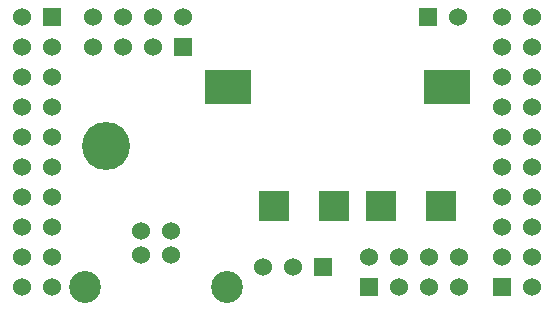
<source format=gbs>
G04 (created by PCBNEW (2013-may-18)-stable) date Вт 14 июн 2016 11:11:36*
%MOIN*%
G04 Gerber Fmt 3.4, Leading zero omitted, Abs format*
%FSLAX34Y34*%
G01*
G70*
G90*
G04 APERTURE LIST*
%ADD10C,0.00590551*%
%ADD11R,0.06X0.06*%
%ADD12C,0.06*%
%ADD13R,0.15748X0.11811*%
%ADD14R,0.1004X0.0984*%
%ADD15C,0.16*%
%ADD16C,0.1063*%
G04 APERTURE END LIST*
G54D10*
G54D11*
X41287Y-27767D03*
G54D12*
X42287Y-27767D03*
X41287Y-26767D03*
X42287Y-26767D03*
X41287Y-25767D03*
X42287Y-25767D03*
X41287Y-24767D03*
X42287Y-24767D03*
X41287Y-23767D03*
X42287Y-23767D03*
X41287Y-22767D03*
X42287Y-22767D03*
X41287Y-21767D03*
X42287Y-21767D03*
X41287Y-20767D03*
X42287Y-20767D03*
X41287Y-19767D03*
X42287Y-19767D03*
X41287Y-18767D03*
X42287Y-18767D03*
G54D11*
X26287Y-18767D03*
G54D12*
X25287Y-18767D03*
X26287Y-19767D03*
X25287Y-19767D03*
X26287Y-20767D03*
X25287Y-20767D03*
X26287Y-21767D03*
X25287Y-21767D03*
X26287Y-22767D03*
X25287Y-22767D03*
X26287Y-23767D03*
X25287Y-23767D03*
X26287Y-24767D03*
X25287Y-24767D03*
X26287Y-25767D03*
X25287Y-25767D03*
X26287Y-26767D03*
X25287Y-26767D03*
X26287Y-27767D03*
X25287Y-27767D03*
G54D11*
X36850Y-27750D03*
G54D12*
X36850Y-26750D03*
X37850Y-27750D03*
X37850Y-26750D03*
X38850Y-27750D03*
X38850Y-26750D03*
X39850Y-27750D03*
X39850Y-26750D03*
G54D11*
X35325Y-27100D03*
G54D12*
X34325Y-27100D03*
X33325Y-27100D03*
G54D11*
X38800Y-18750D03*
G54D12*
X39800Y-18750D03*
G54D13*
X32159Y-21100D03*
X39443Y-21100D03*
G54D14*
X35669Y-25075D03*
X33681Y-25075D03*
X39244Y-25075D03*
X37256Y-25075D03*
G54D15*
X28075Y-23075D03*
G54D11*
X30650Y-19750D03*
G54D12*
X30650Y-18750D03*
X29650Y-19750D03*
X29650Y-18750D03*
X28650Y-19750D03*
X28650Y-18750D03*
X27650Y-19750D03*
X27650Y-18750D03*
X29250Y-25900D03*
X30250Y-25900D03*
X30250Y-26687D03*
X29250Y-26687D03*
G54D16*
X27388Y-27750D03*
X32112Y-27750D03*
M02*

</source>
